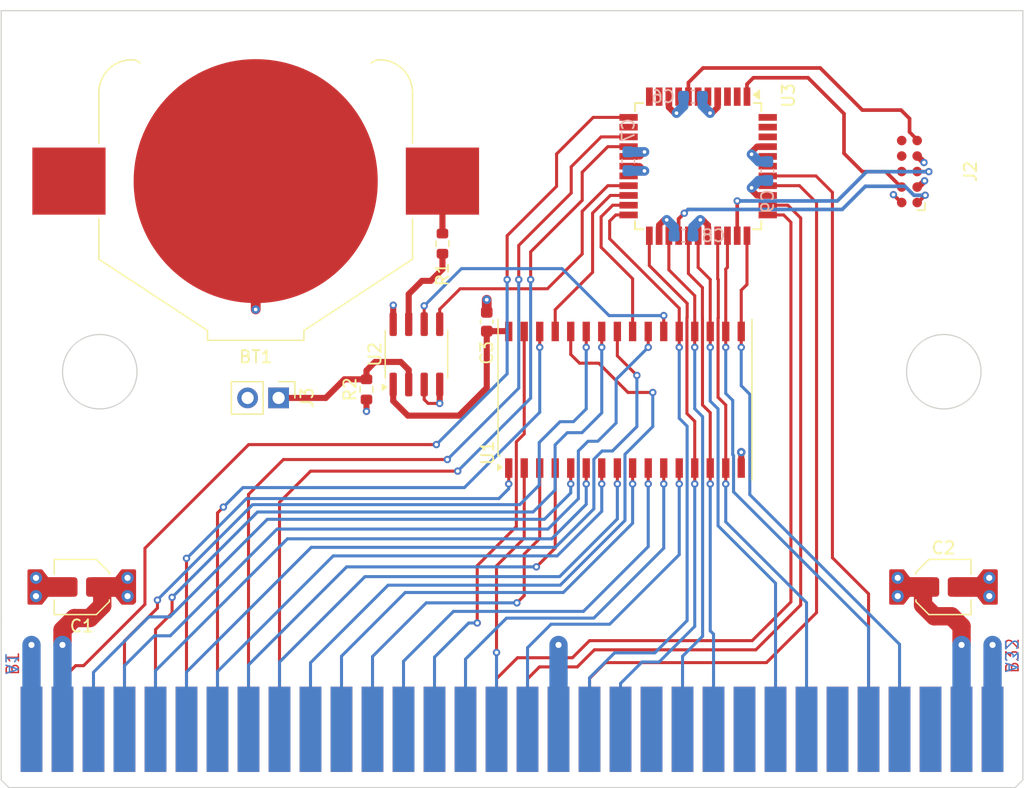
<source format=kicad_pcb>
(kicad_pcb (version 20240108) (generator "pcbnew") (generator_version "8.0")
  (layers (0 "F.Cu" signal) (1 "In1.Cu" signal) (2 "In2.Cu" signal) (31 "B.Cu" signal) (34 "B.Paste" user) (35 "F.Paste" user) (36 "B.SilkS" user "B.Silkscreen") (37 "F.SilkS" user "F.Silkscreen") (38 "B.Mask" user) (39 "F.Mask" user) (44 "Edge.Cuts" user))
  (net 0 "")
  (net 1 "+5V")
  (net 2 "GND")
  (net 12 "/C_A8")
  (net 13 "/C_A11")
  (net 14 "/C_A7")
  (net 15 "/C_A12")
  (net 16 "/C_A6")
  (net 17 "/C_A13")
  (net 18 "/C_A5")
  (net 19 "/C_A14")
  (net 20 "/C_A4")
  (net 21 "/C_A15")
  (net 22 "/C_A3")
  (net 23 "/C_A16")
  (net 24 "/C_A2")
  (net 25 "/C_A17")
  (net 26 "/C_A1")
  (net 27 "/C_A9")
  (net 28 "/C_A10")
  (net 29 "/C_A18")
  (net 30 "/C_A19")
  (net 31 "/C_A20")
  (net 32 "/C_A21")
  (net 36 "/C_D7")
  (net 37 "/C_D0")
  (net 39 "/C_D6")
  (net 40 "/C_D1")
  (net 42 "/C_D5")
  (net 43 "/C_D2")
  (net 45 "/C_D4")
  (net 46 "/C_D3")
  (net 52 "/C_~{LWR}")
  (net 54 "/C_~{CEO}")
  (net 55 "/C_~{CAS0}")
  (net 59 "/SR_~{CE}")
  (net 60 "/SR_~{WE}")
  (net 62 "/TCK")
  (net 66 "/SR_VCC")
  (net 67 "/TDO")
  (net 68 "/PL_~{CE}")
  (net 73 "/TMS")
  (net 80 "/TDI")
  (net 82 "/V_{BATT}")
  (net 83 "/C_VCLK")
  (net 84 "/C_~{MRES}")
  (net 85 "Net-(J3-Pin_1)")
  (net 86 "Net-(U2-BC_{1})")
  (net 87 "/SR_~{OE}")
  (footprint "Connector:Tag-Connect_TC2050-IDC-FP_2x05_P1.27mm_Vertical" (layer "F.Cu") (at 142.51 72.99 90)
    (property "Reference" "J2")
    (property "Value" "AVR-JTAG-10" (hide yes))
  )
  (footprint "Capacitor_SMD:C_0603_1608Metric" (layer "F.Cu") (at 107.88 85.3 90)
    (property "Reference" "C3")
    (property "Value" "100n C0G" (hide yes))
  )
  (footprint "Resistor_SMD:R_0603_1608Metric" (layer "F.Cu") (at 98.025 90.85 90)
    (property "Reference" "R2")
    (property "Value" "10k" (hide yes))
  )
  (footprint "Package_SO:SOIC-8_3.9x4.9mm_P1.27mm" (layer "F.Cu") (at 102.12 87.975 90)
    (property "Reference" "U2")
    (property "Value" "BQ2201SN" (hide yes))
  )
  (footprint "Connector_PinHeader_2.54mm:PinHeader_1x02_P2.54mm_Vertical" (layer "F.Cu") (at 90.8275 91.55 -90)
    (property "Reference" "J3")
    (property "Value" "Backup" (hide yes))
  )
  (footprint "Capacitor_SMD:C_Elec_4x5.4" (layer "F.Cu") (at 145.3 107.05)
    (property "Reference" "C2")
    (property "Value" "22u" (hide yes))
  )
  (footprint "Package_SO:TSOP-II-32_21.0x10.2mm_P1.27mm" (layer "F.Cu") (at 119.205 91.7 90)
    (property "Reference" "U1")
    (property "Value" "CY62148ELL-45ZSXI" (hide yes))
  )
  (footprint "Capacitor_SMD:C_Elec_4x5.4" (layer "F.Cu") (at 74.7 107.05 180)
    (property "Reference" "C1")
    (property "Value" "22u" (hide yes))
  )
  (footprint "My_Library:2x32_P2.54mm_Edge" (layer "F.Cu") (at 109.95 118.4)
    (property "Reference" "J1" (hide yes))
    (property "Value" "Sega_MegaDrive_Cart_Conn" (hide yes))
  )
  (footprint "Package_QFP:TQFP-44_10x10mm_P0.8mm" (layer "F.Cu") (at 125.2 72.55 -90)
    (property "Reference" "U3")
    (property "Value" "ATF1502AS-xAx44" (hide yes))
  )
  (footprint "Resistor_SMD:R_0603_1608Metric" (layer "F.Cu") (at 104.25 78.9 -90)
    (property "Reference" "R1")
    (property "Value" "10k" (hide yes))
  )
  (footprint "Battery:BatteryHolder_Keystone_3008_1x2450" (layer "F.Cu") (at 88.95 73.775 180)
    (property "Reference" "BT1")
    (property "Value" "CR2450")
  )
  (footprint "Capacitor_SMD:C_0603_1608Metric" (layer "B.Cu") (at 119.474997 72.15 90)
    (property "Reference" "C7")
    (property "Value" "100n" (hide yes))
  )
  (footprint "Capacitor_SMD:C_0603_1608Metric" (layer "B.Cu") (at 124.774999 66.850001)
    (property "Reference" "C6")
    (property "Value" "100n" (hide yes))
  )
  (footprint "Capacitor_SMD:C_0603_1608Metric" (layer "B.Cu") (at 130.874999 72.95 -90)
    (property "Reference" "C9")
    (property "Value" "100n" (hide yes))
  )
  (footprint "Capacitor_SMD:C_0603_1608Metric" (layer "B.Cu") (at 123.999997 78.249999 180)
    (property "Reference" "C8")
    (property "Value" "100n" (hide yes))
  )
  (gr_line (start 68.1 59.8) (end 151.8 59.8) (stroke (width 0.1)) (layer "Edge.Cuts"))
  (gr_line (start 68.1 122.8675) (end 68.735 123.5) (stroke (width 0.1)) (layer "Edge.Cuts"))
  (gr_line (start 151.8 109.8) (end 151.8 122.865) (stroke (width 0.1)) (layer "Edge.Cuts"))
  (gr_line (start 151.165 123.5) (end 151.8 122.8675) (stroke (width 0.1)) (layer "Edge.Cuts"))
  (gr_line (start 151.8 59.8) (end 151.8 109.8) (stroke (width 0.1)) (layer "Edge.Cuts"))
  (gr_line (start 68.1 59.8) (end 68.1 109.8) (stroke (width 0.1)) (layer "Edge.Cuts"))
  (gr_line (start 68.735 123.5) (end 151.165 123.5) (stroke (width 0.1)) (layer "Edge.Cuts"))
  (gr_line (start 68.1 109.8) (end 68.1 122.865) (stroke (width 0.1)) (layer "Edge.Cuts"))
  (gr_circle (center 145.325 89.4) (end 148.375 89.4) (stroke (width 0.1)) (fill none) (layer "Edge.Cuts"))
  (gr_circle (center 76.175 89.4) (end 79.225 89.4) (stroke (width 0.1)) (fill none) (layer "Edge.Cuts"))
  (segment (start 73.12 110.58) (end 74.1 109.6) (width 1.5) (layer "F.Cu") (net 1))
  (segment (start 73.12 111.8) (end 73.12 110.58) (width 1.5) (layer "F.Cu") (net 1))
  (segment (start 122.799997 66.85) (end 122.799997 67.725) (width 0.5) (layer "F.Cu") (net 1))
  (segment (start 146.78 110.28) (end 145.95 109.45) (width 1.5) (layer "F.Cu") (net 1))
  (segment (start 143.17 71.72) (end 143.7 72.25) (width 0.5) (layer "F.Cu") (net 1))
  (segment (start 130.024996 70.949999) (end 129.574996 71.399999) (width 0.5) (layer "F.Cu") (net 1))
  (segment (start 145.95 109.45) (end 144.55 109.45) (width 1.5) (layer "F.Cu") (net 1))
  (segment (start 130.899997 70.95) (end 130.024996 70.949999) (width 0.5) (layer "F.Cu") (net 1))
  (segment (start 143.625 108.525) (end 143.625 107.05) (width 1.5) (layer "F.Cu") (net 1))
  (segment (start 75.35 109.6) (end 76.375 108.575) (width 1.5) (layer "F.Cu") (net 1))
  (segment (start 76.375 108.575) (end 76.375 107.05) (width 1.5) (layer "F.Cu") (net 1))
  (segment (start 120.411093 72.550001) (end 120.8 72.938908) (width 0.5) (layer "F.Cu") (net 1))
  (segment (start 125.574998 76.95) (end 125.374999 76.95) (width 0.5) (layer "F.Cu") (net 1))
  (segment (start 100.215 85.5) (end 100.215 83.955) (width 0.5) (layer "F.Cu") (net 1))
  (segment (start 74.1 109.6) (end 75.35 109.6) (width 1.5) (layer "F.Cu") (net 1))
  (segment (start 119.5 72.550001) (end 120.411093 72.550001) (width 0.5) (layer "F.Cu") (net 1))
  (segment (start 129.574996 71.399999) (end 129.574995 71.574999) (width 0.5) (layer "F.Cu") (net 1))
  (segment (start 123.274998 68.200001) (end 123.425 68.2) (width 0.5) (layer "F.Cu") (net 1))
  (segment (start 146.78 111.8) (end 146.78 110.28) (width 1.5) (layer "F.Cu") (net 1))
  (segment (start 144.55 109.45) (end 143.625 108.525) (width 1.5) (layer "F.Cu") (net 1))
  (segment (start 125.999999 77.375) (end 125.574998 76.95) (width 0.5) (layer "F.Cu") (net 1))
  (segment (start 100.215 83.955) (end 100.22 83.95) (width 0.5) (layer "F.Cu") (net 1))
  (segment (start 125.999997 78.25) (end 125.999999 77.375) (width 0.5) (layer "F.Cu") (net 1))
  (segment (start 143.145 71.72) (end 143.17 71.72) (width 0.5) (layer "F.Cu") (net 1))
  (segment (start 122.799997 67.725) (end 123.274998 68.200001) (width 0.5) (layer "F.Cu") (net 1))
  (via (at 78.45 106.3) (size 1) (drill 0.5) (layers "F.Cu" "B.Cu") (net 1))
  (via (at 78.45 107.8) (size 1) (drill 0.5) (layers "F.Cu" "B.Cu") (net 1))
  (via (at 120.8 72.938908) (size 0.7) (drill 0.3) (layers "F.Cu" "B.Cu") (net 1))
  (via (at 123.425 68.2) (size 0.7) (drill 0.3) (layers "F.Cu" "B.Cu") (net 1))
  (via (at 141.55 106.3) (size 1) (drill 0.5) (layers "F.Cu" "B.Cu") (net 1))
  (via (at 73.12 111.8) (size 1) (drill 0.5) (layers "F.Cu" "B.Cu") (net 1))
  (via (at 100.22 83.95) (size 0.6) (drill 0.3) (layers "F.Cu" "B.Cu") (net 1))
  (via (at 141.55 107.8) (size 1) (drill 0.5) (layers "F.Cu" "B.Cu") (net 1))
  (via (at 146.78 111.8) (size 1) (drill 0.5) (layers "F.Cu" "B.Cu") (net 1))
  (via (at 143.7 72.25) (size 0.6) (drill 0.3) (layers "F.Cu" "B.Cu") (net 1))
  (via (at 125.374999 76.95) (size 0.7) (drill 0.3) (layers "F.Cu" "B.Cu") (net 1))
  (via (at 129.574995 71.574999) (size 0.7) (drill 0.3) (layers "F.Cu" "B.Cu") (net 1))
  (segment (start 125.374996 76.95) (end 125.374999 76.95) (width 0.5) (layer "B.Cu") (net 1))
  (segment (start 124.774997 78.249999) (end 124.774997 77.550002) (width 0.8) (layer "B.Cu") (net 1))
  (segment (start 146.78 118.7175) (end 146.78 111.8) (width 1.5) (layer "B.Cu") (net 1))
  (segment (start 123.999999 66.850001) (end 123.999999 67.625001) (width 0.8) (layer "B.Cu") (net 1))
  (segment (start 130.174996 72.175) (end 129.574995 71.574999) (width 0.8) (layer "B.Cu") (net 1))
  (segment (start 73.12 118.7175) (end 73.12 111.8) (width 1.5) (layer "B.Cu") (net 1))
  (segment (start 124.774997 77.550002) (end 125.374999 76.95) (width 0.8) (layer "B.Cu") (net 1))
  (segment (start 119.488905 72.938908) (end 120.8 72.938908) (width 0.8) (layer "B.Cu") (net 1))
  (segment (start 123.999999 67.625001) (end 123.425 68.2) (width 0.8) (layer "B.Cu") (net 1))
  (segment (start 119.474997 72.925) (end 119.488905 72.938908) (width 0.8) (layer "B.Cu") (net 1))
  (segment (start 130.874999 72.175) (end 130.174996 72.175) (width 0.8) (layer "B.Cu") (net 1))
  (segment (start 143.145 74.26) (end 143.24 74.26) (width 0.5) (layer "F.Cu") (net 2))
  (segment (start 98.025 92.65) (end 98.025 91.675) (width 0.5) (layer "F.Cu") (net 2))
  (segment (start 102.755 90.45) (end 102.755 91.679999) (width 0.25) (layer "F.Cu") (net 2))
  (segment (start 120.433274 71.749999) (end 120.8 71.383273) (width 0.5) (layer "F.Cu") (net 2))
  (segment (start 104.025 90.449999) (end 104.025 92) (width 0.5) (layer "F.Cu") (net 2))
  (segment (start 129.574998 74.5) (end 129.574999 74.325001) (width 0.5) (layer "F.Cu") (net 2))
  (segment (start 88.95 84.3) (end 88.95 73.775) (width 0.8) (layer "F.Cu") (net 2))
  (segment (start 143.24 74.26) (end 143.75 73.75) (width 0.5) (layer "F.Cu") (net 2))
  (segment (start 141.875 75.53) (end 141.845 75.53) (width 0.5) (layer "F.Cu") (net 2))
  (segment (start 130.899999 74.95) (end 130.024997 74.95) (width 0.5) (layer "F.Cu") (net 2))
  (segment (start 126.799999 67.725) (end 126.324996 68.2) (width 0.5) (layer "F.Cu") (net 2))
  (segment (start 107.88 84.525) (end 107.88 83.5) (width 0.8) (layer "F.Cu") (net 2))
  (segment (start 121.999998 78.249999) (end 121.999999 77.375) (width 0.5) (layer "F.Cu") (net 2))
  (segment (start 128.73 96) (end 128.73 97.3) (width 0.5) (layer "F.Cu") (net 2))
  (segment (start 126.799996 66.85) (end 126.799999 67.725) (width 0.5) (layer "F.Cu") (net 2))
  (segment (start 126.324996 68.2) (end 126.174996 68.2) (width 0.5) (layer "F.Cu") (net 2))
  (segment (start 120.413857 71.749999) (end 120.433274 71.749999) (width 0.5) (layer "F.Cu") (net 2))
  (segment (start 102.755 91.679999) (end 103.075001 92) (width 0.25) (layer "F.Cu") (net 2))
  (segment (start 122.424999 76.95) (end 122.624998 76.95) (width 0.5) (layer "F.Cu") (net 2))
  (segment (start 141.845 75.53) (end 141.2 74.885) (width 0.3) (layer "F.Cu") (net 2))
  (segment (start 103.075001 92) (end 104.025 92) (width 0.25) (layer "F.Cu") (net 2))
  (segment (start 121.999999 77.375) (end 122.424999 76.95) (width 0.5) (layer "F.Cu") (net 2))
  (segment (start 130.024997 74.95) (end 129.574998 74.5) (width 0.5) (layer "F.Cu") (net 2))
  (segment (start 119.5 71.75) (end 120.413857 71.749999) (width 0.5) (layer "F.Cu") (net 2))
  (via (at 70.95 106.3) (size 1) (drill 0.5) (layers "F.Cu" "B.Cu") (net 2))
  (via (at 143.75 73.75) (size 0.6) (drill 0.3) (layers "F.Cu" "B.Cu") (net 2))
  (via (at 149.32 111.8) (size 1) (drill 0.5) (layers "F.Cu" "B.Cu") (net 2))
  (via (at 70.58 111.8) (size 1) (drill 0.5) (layers "F.Cu" "B.Cu") (net 2))
  (via (at 113.76 111.8) (size 1) (drill 0.5) (layers "F.Cu" "B.Cu") (net 2))
  (via (at 149.05 106.3) (size 1) (drill 0.5) (layers "F.Cu" "B.Cu") (net 2))
  (via (at 107.88 83.5) (size 0.7) (drill 0.3) (layers "F.Cu" "B.Cu") (net 2))
  (via (at 129.574999 74.325001) (size 0.7) (drill 0.3) (layers "F.Cu" "B.Cu") (net 2))
  (via (at 126.174996 68.2) (size 0.7) (drill 0.3) (layers "F.Cu" "B.Cu") (net 2))
  (via (at 128.73 96) (size 0.7) (drill 0.3) (layers "F.Cu" "B.Cu") (net 2))
  (via (at 141.2 74.885) (size 0.6) (drill 0.3) (layers "F.Cu" "B.Cu") (net 2))
  (via (at 98.025 92.65) (size 0.6) (drill 0.3) (layers "F.Cu" "B.Cu") (net 2))
  (via (at 122.624998 76.95) (size 0.7) (drill 0.3) (layers "F.Cu" "B.Cu") (net 2))
  (via (at 149.05 107.8) (size 1) (drill 0.5) (layers "F.Cu" "B.Cu") (net 2))
  (via (at 70.95 107.8) (size 1) (drill 0.5) (layers "F.Cu" "B.Cu") (net 2))
  (via (at 104.025 92) (size 0.6) (drill 0.3) (layers "F.Cu" "B.Cu") (net 2))
  (via (at 88.95 84.3) (size 0.7) (drill 0.3) (layers "F.Cu" "B.Cu") (net 2))
  (via (at 120.8 71.383273) (size 0.7) (drill 0.3) (layers "F.Cu" "B.Cu") (net 2))
  (segment (start 125.549999 66.850001) (end 125.549999 67.575003) (width 0.8) (layer "B.Cu") (net 2))
  (segment (start 119.48327 71.383273) (end 120.8 71.383273) (width 0.8) (layer "B.Cu") (net 2))
  (segment (start 70.58 118.7175) (end 70.58 111.8) (width 1.5) (layer "B.Cu") (net 2))
  (segment (start 113.76 118.7175) (end 113.76 111.8) (width 1.5) (layer "B.Cu") (net 2))
  (segment (start 125.549999 67.575003) (end 126.174996 68.2) (width 0.8) (layer "B.Cu") (net 2))
  (segment (start 130.874999 73.725) (end 130.175 73.725) (width 0.8) (layer "B.Cu") (net 2))
  (segment (start 122.624999 76.95) (end 122.624998 76.95) (width 0.5) (layer "B.Cu") (net 2))
  (segment (start 123.224997 78.249999) (end 123.224997 77.549999) (width 0.8) (layer "B.Cu") (net 2))
  (segment (start 130.175 73.725) (end 129.574999 74.325001) (width 0.8) (layer "B.Cu") (net 2))
  (segment (start 123.224997 77.549999) (end 122.624998 76.95) (width 0.8) (layer "B.Cu") (net 2))
  (segment (start 119.474997 71.375) (end 119.48327 71.383273) (width 0.8) (layer "B.Cu") (net 2))
  (segment (start 149.32 118.7175) (end 149.32 111.8) (width 1.5) (layer "B.Cu") (net 2))
  (segment (start 114.76 97.3) (end 114.76 98.6) (width 0.25) (layer "F.Cu") (net 12))
  (via (at 114.76 98.6) (size 0.6) (drill 0.3) (layers "F.Cu" "B.Cu") (net 12))
  (segment (start 75.66 118.7175) (end 75.66 114.04) (width 0.25) (layer "B.Cu") (net 12))
  (segment (start 89.9 101.5) (end 112.6 101.5) (width 0.25) (layer "B.Cu") (net 12))
  (segment (start 81.9 109.5) (end 89.9 101.5) (width 0.25) (layer "B.Cu") (net 12))
  (segment (start 112.6 101.5) (end 114.76 99.34) (width 0.25) (layer "B.Cu") (net 12))
  (segment (start 114.76 99.34) (end 114.76 98.6) (width 0.25) (layer "B.Cu") (net 12))
  (segment (start 80.2 109.5) (end 81.9 109.5) (width 0.25) (layer "B.Cu") (net 12))
  (segment (start 75.66 114.04) (end 80.2 109.5) (width 0.25) (layer "B.Cu") (net 12))
  (segment (start 121.11 86.1) (end 121.11 87.4) (width 0.25) (layer "F.Cu") (net 13))
  (via (at 121.11 87.4) (size 0.6) (drill 0.3) (layers "F.Cu" "B.Cu") (net 13))
  (segment (start 90.7 102.3) (end 112.9 102.3) (width 0.25) (layer "B.Cu") (net 13))
  (segment (start 116.18 95.1) (end 116.98 95.1) (width 0.25) (layer "B.Cu") (net 13))
  (segment (start 118.48 90.03) (end 121.11 87.4) (width 0.25) (layer "B.Cu") (net 13))
  (segment (start 81.95 111.05) (end 90.7 102.3) (width 0.25) (layer "B.Cu") (net 13))
  (segment (start 115.385 95.895) (end 116.18 95.1) (width 0.25) (layer "B.Cu") (net 13))
  (segment (start 118.48 93.6) (end 118.48 90.03) (width 0.25) (layer "B.Cu") (net 13))
  (segment (start 116.98 95.1) (end 118.48 93.6) (width 0.25) (layer "B.Cu") (net 13))
  (segment (start 80.65 111.05) (end 81.95 111.05) (width 0.25) (layer "B.Cu") (net 13))
  (segment (start 78.2 118.7175) (end 78.2 113.5) (width 0.25) (layer "B.Cu") (net 13))
  (segment (start 115.385 99.815) (end 115.385 95.895) (width 0.25) (layer "B.Cu") (net 13))
  (segment (start 78.2 113.5) (end 80.65 111.05) (width 0.25) (layer "B.Cu") (net 13))
  (segment (start 112.9 102.3) (end 115.385 99.815) (width 0.25) (layer "B.Cu") (net 13))
  (segment (start 116.03 97.3) (end 116.03 98.6) (width 0.25) (layer "F.Cu") (net 14))
  (via (at 116.03 98.6) (size 0.6) (drill 0.3) (layers "F.Cu" "B.Cu") (net 14))
  (segment (start 91.55 103.1) (end 113.2 103.1) (width 0.25) (layer "B.Cu") (net 14))
  (segment (start 113.2 103.1) (end 116.03 100.27) (width 0.25) (layer "B.Cu") (net 14))
  (segment (start 116.03 100.27) (end 116.03 98.6) (width 0.25) (layer "B.Cu") (net 14))
  (segment (start 80.74 118.7175) (end 80.74 113.91) (width 0.25) (layer "B.Cu") (net 14))
  (segment (start 80.74 113.91) (end 91.55 103.1) (width 0.25) (layer "B.Cu") (net 14))
  (segment (start 118.58 88.1) (end 118.58 86.1) (width 0.25) (layer "F.Cu") (net 15))
  (segment (start 120.18 89.7) (end 118.58 88.1) (width 0.25) (layer "F.Cu") (net 15))
  (via (at 120.18 89.7) (size 0.6) (drill 0.3) (layers "F.Cu" "B.Cu") (net 15))
  (segment (start 117.33 95.9) (end 118.18 95.9) (width 0.25) (layer "B.Cu") (net 15))
  (segment (start 83.28 114.02) (end 93.5 103.8) (width 0.25) (layer "B.Cu") (net 15))
  (segment (start 120.18 93.9) (end 120.18 89.7) (width 0.25) (layer "B.Cu") (net 15))
  (segment (start 93.5 103.8) (end 113.5 103.8) (width 0.25) (layer "B.Cu") (net 15))
  (segment (start 116.655 96.575) (end 117.33 95.9) (width 0.25) (layer "B.Cu") (net 15))
  (segment (start 118.18 95.9) (end 120.18 93.9) (width 0.25) (layer "B.Cu") (net 15))
  (segment (start 116.655 100.645) (end 116.655 96.575) (width 0.25) (layer "B.Cu") (net 15))
  (segment (start 83.28 118.7175) (end 83.28 114.02) (width 0.25) (layer "B.Cu") (net 15))
  (segment (start 113.5 103.8) (end 116.655 100.645) (width 0.25) (layer "B.Cu") (net 15))
  (segment (start 117.3 97.3) (end 117.3 98.6) (width 0.25) (layer "F.Cu") (net 16))
  (via (at 117.3 98.6) (size 0.6) (drill 0.3) (layers "F.Cu" "B.Cu") (net 16))
  (segment (start 85.82 113.98) (end 95.3 104.5) (width 0.25) (layer "B.Cu") (net 16))
  (segment (start 85.82 118.7175) (end 85.82 113.98) (width 0.25) (layer "B.Cu") (net 16))
  (segment (start 95.3 104.5) (end 113.65 104.5) (width 0.25) (layer "B.Cu") (net 16))
  (segment (start 117.3 100.85) (end 117.3 98.6) (width 0.25) (layer "B.Cu") (net 16))
  (segment (start 113.65 104.5) (end 117.3 100.85) (width 0.25) (layer "B.Cu") (net 16))
  (segment (start 113.49 103.86) (end 113.49 97.3) (width 0.25) (layer "F.Cu") (net 17))
  (segment (start 111.95 105.4) (end 113.49 103.86) (width 0.25) (layer "F.Cu") (net 17))
  (via (at 111.95 105.4) (size 0.6) (drill 0.3) (layers "F.Cu" "B.Cu") (net 17))
  (segment (start 96.4 105.4) (end 88.36 113.44) (width 0.25) (layer "B.Cu") (net 17))
  (segment (start 111.95 105.4) (end 96.4 105.4) (width 0.25) (layer "B.Cu") (net 17))
  (segment (start 88.36 113.44) (end 88.36 118.7175) (width 0.25) (layer "B.Cu") (net 17))
  (segment (start 118.58 97.3) (end 118.58 98.6) (width 0.25) (layer "F.Cu") (net 18))
  (via (at 118.58 98.6) (size 0.6) (drill 0.3) (layers "F.Cu" "B.Cu") (net 18))
  (segment (start 113.85 106.2) (end 118.58 101.47) (width 0.25) (layer "B.Cu") (net 18))
  (segment (start 90.9 118.7175) (end 90.9 113.2) (width 0.25) (layer "B.Cu") (net 18))
  (segment (start 90.9 113.2) (end 97.9 106.2) (width 0.25) (layer "B.Cu") (net 18))
  (segment (start 97.9 106.2) (end 113.85 106.2) (width 0.25) (layer "B.Cu") (net 18))
  (segment (start 118.58 101.47) (end 118.58 98.6) (width 0.25) (layer "B.Cu") (net 18))
  (segment (start 119.45 91.1) (end 117.05 88.7) (width 0.25) (layer "F.Cu") (net 19))
  (segment (start 117.05 88.7) (end 115.48 88.7) (width 0.25) (layer "F.Cu") (net 19))
  (segment (start 115.48 88.7) (end 114.76 87.98) (width 0.25) (layer "F.Cu") (net 19))
  (segment (start 121.48 91.1) (end 119.45 91.1) (width 0.25) (layer "F.Cu") (net 19))
  (segment (start 114.76 87.98) (end 114.76 86.1) (width 0.25) (layer "F.Cu") (net 19))
  (via (at 121.48 91.1) (size 0.6) (drill 0.3) (layers "F.Cu" "B.Cu") (net 19))
  (segment (start 121.48 93.9) (end 121.48 91.1) (width 0.25) (layer "B.Cu") (net 19))
  (segment (start 99.8 106.9) (end 113.9 106.9) (width 0.25) (layer "B.Cu") (net 19))
  (segment (start 93.44 113.26) (end 99.8 106.9) (width 0.25) (layer "B.Cu") (net 19))
  (segment (start 113.9 106.9) (end 119.205 101.595) (width 0.25) (layer "B.Cu") (net 19))
  (segment (start 119.205 101.595) (end 119.205 96.175) (width 0.25) (layer "B.Cu") (net 19))
  (segment (start 119.205 96.175) (end 121.48 93.9) (width 0.25) (layer "B.Cu") (net 19))
  (segment (start 93.44 118.7175) (end 93.44 113.26) (width 0.25) (layer "B.Cu") (net 19))
  (segment (start 119.83 97.3) (end 119.83 98.6) (width 0.25) (layer "F.Cu") (net 20))
  (via (at 119.83 98.6) (size 0.6) (drill 0.3) (layers "F.Cu" "B.Cu") (net 20))
  (segment (start 114.15 107.5) (end 119.83 101.82) (width 0.25) (layer "B.Cu") (net 20))
  (segment (start 119.83 101.82) (end 119.83 98.6) (width 0.25) (layer "B.Cu") (net 20))
  (segment (start 95.98 118.7175) (end 95.98 112.72) (width 0.25) (layer "B.Cu") (net 20))
  (segment (start 95.98 112.72) (end 101.2 107.5) (width 0.25) (layer "B.Cu") (net 20))
  (segment (start 101.2 107.5) (end 114.15 107.5) (width 0.25) (layer "B.Cu") (net 20))
  (segment (start 112.22 103.08) (end 112.22 97.3) (width 0.25) (layer "F.Cu") (net 21))
  (segment (start 110.95 107.75) (end 110.95 104.35) (width 0.25) (layer "F.Cu") (net 21))
  (segment (start 110.95 104.35) (end 112.22 103.08) (width 0.25) (layer "F.Cu") (net 21))
  (segment (start 110.35 108.35) (end 110.95 107.75) (width 0.25) (layer "F.Cu") (net 21))
  (via (at 110.35 108.35) (size 0.6) (drill 0.3) (layers "F.Cu" "B.Cu") (net 21))
  (segment (start 102.92 108.35) (end 98.52 112.75) (width 0.25) (layer "B.Cu") (net 21))
  (segment (start 98.52 112.75) (end 98.52 118.7175) (width 0.25) (layer "B.Cu") (net 21))
  (segment (start 110.35 108.35) (end 102.92 108.35) (width 0.25) (layer "B.Cu") (net 21))
  (segment (start 121.11 97.3) (end 121.11 98.6) (width 0.25) (layer "F.Cu") (net 22))
  (via (at 121.11 98.6) (size 0.6) (drill 0.3) (layers "F.Cu" "B.Cu") (net 22))
  (segment (start 101.06 118.7175) (end 101.06 113.14) (width 0.25) (layer "B.Cu") (net 22))
  (segment (start 105.15 109.05) (end 115.8 109.05) (width 0.25) (layer "B.Cu") (net 22))
  (segment (start 121.11 103.74) (end 121.11 98.6) (width 0.25) (layer "B.Cu") (net 22))
  (segment (start 101.06 113.14) (end 105.15 109.05) (width 0.25) (layer "B.Cu") (net 22))
  (segment (start 115.8 109.05) (end 121.11 103.74) (width 0.25) (layer "B.Cu") (net 22))
  (segment (start 107.1 105.3) (end 110.305 102.095) (width 0.25) (layer "F.Cu") (net 23))
  (segment (start 110.305 95.145) (end 110.95 94.5) (width 0.25) (layer "F.Cu") (net 23))
  (segment (start 107.1 110) (end 107.1 105.3) (width 0.25) (layer "F.Cu") (net 23))
  (segment (start 110.95 94.5) (end 110.95 86.1) (width 0.25) (layer "F.Cu") (net 23))
  (segment (start 110.305 102.095) (end 110.305 95.145) (width 0.25) (layer "F.Cu") (net 23))
  (via (at 107.1 110) (size 0.6) (drill 0.3) (layers "F.Cu" "B.Cu") (net 23))
  (segment (start 106.4 110) (end 107.1 110) (width 0.25) (layer "B.Cu") (net 23))
  (segment (start 103.6 112.8) (end 106.4 110) (width 0.25) (layer "B.Cu") (net 23))
  (segment (start 103.6 118.7175) (end 103.6 112.8) (width 0.25) (layer "B.Cu") (net 23))
  (segment (start 122.38 97.3) (end 122.38 98.6) (width 0.25) (layer "F.Cu") (net 24))
  (via (at 122.38 98.6) (size 0.6) (drill 0.3) (layers "F.Cu" "B.Cu") (net 24))
  (segment (start 109.5 109.6) (end 116.65 109.6) (width 0.25) (layer "B.Cu") (net 24))
  (segment (start 106.14 112.96) (end 109.5 109.6) (width 0.25) (layer "B.Cu") (net 24))
  (segment (start 122.38 103.87) (end 122.38 98.6) (width 0.25) (layer "B.Cu") (net 24))
  (segment (start 106.14 118.7175) (end 106.14 112.96) (width 0.25) (layer "B.Cu") (net 24))
  (segment (start 116.65 109.6) (end 122.38 103.87) (width 0.25) (layer "B.Cu") (net 24))
  (segment (start 108.68 112.42) (end 108.68 105.32) (width 0.25) (layer "F.Cu") (net 25))
  (segment (start 110.95 103.05) (end 110.95 97.3) (width 0.25) (layer "F.Cu") (net 25))
  (segment (start 108.68 105.32) (end 110.95 103.05) (width 0.25) (layer "F.Cu") (net 25))
  (via (at 108.68 112.42) (size 0.6) (drill 0.3) (layers "F.Cu" "B.Cu") (net 25))
  (segment (start 108.68 112.42) (end 108.68 118.7175) (width 0.25) (layer "B.Cu") (net 25))
  (segment (start 123.65 97.3) (end 123.65 98.6) (width 0.25) (layer "F.Cu") (net 26))
  (via (at 123.65 98.6) (size 0.6) (drill 0.3) (layers "F.Cu" "B.Cu") (net 26))
  (segment (start 117.95 110.1) (end 123.65 104.4) (width 0.25) (layer "B.Cu") (net 26))
  (segment (start 113.15 110.1) (end 117.95 110.1) (width 0.25) (layer "B.Cu") (net 26))
  (segment (start 123.65 104.4) (end 123.65 98.6) (width 0.25) (layer "B.Cu") (net 26))
  (segment (start 111.22 112.03) (end 113.15 110.1) (width 0.25) (layer "B.Cu") (net 26))
  (segment (start 111.22 118.7175) (end 111.22 112.03) (width 0.25) (layer "B.Cu") (net 26))
  (segment (start 78.2 111.475) (end 78.2 118.7175) (width 0.25) (layer "F.Cu") (net 27))
  (segment (start 80.9 108.125) (end 80.9 108.775) (width 0.25) (layer "F.Cu") (net 27))
  (segment (start 80.9 108.775) (end 78.2 111.475) (width 0.25) (layer "F.Cu") (net 27))
  (segment (start 116.03 86.1) (end 116.03 87.4) (width 0.25) (layer "F.Cu") (net 27))
  (via (at 116.03 87.4) (size 0.6) (drill 0.3) (layers "F.Cu" "B.Cu") (net 27))
  (via (at 80.9 108.125) (size 0.6) (drill 0.3) (layers "F.Cu" "B.Cu") (net 27))
  (segment (start 88.7 100.3) (end 110.58 100.3) (width 0.25) (layer "B.Cu") (net 27))
  (segment (start 116.03 92.45) (end 116.03 87.4) (width 0.25) (layer "B.Cu") (net 27))
  (segment (start 112.18 98.7) (end 112.18 95.2) (width 0.25) (layer "B.Cu") (net 27))
  (segment (start 113.88 93.5) (end 114.98 93.5) (width 0.25) (layer "B.Cu") (net 27))
  (segment (start 114.98 93.5) (end 116.03 92.45) (width 0.25) (layer "B.Cu") (net 27))
  (segment (start 80.9 108.125) (end 80.9 108.1) (width 0.25) (layer "B.Cu") (net 27))
  (segment (start 112.18 95.2) (end 113.88 93.5) (width 0.25) (layer "B.Cu") (net 27))
  (segment (start 110.58 100.3) (end 112.18 98.7) (width 0.25) (layer "B.Cu") (net 27))
  (segment (start 80.9 108.1) (end 88.7 100.3) (width 0.25) (layer "B.Cu") (net 27))
  (segment (start 80.74 110.54) (end 82.1 109.18) (width 0.25) (layer "F.Cu") (net 28))
  (segment (start 117.3 86.1) (end 117.3 87.4) (width 0.25) (layer "F.Cu") (net 28))
  (segment (start 82.1 109.18) (end 82.1 107.9) (width 0.25) (layer "F.Cu") (net 28))
  (segment (start 80.74 118.7175) (end 80.74 110.54) (width 0.25) (layer "F.Cu") (net 28))
  (via (at 117.3 87.4) (size 0.6) (drill 0.3) (layers "F.Cu" "B.Cu") (net 28))
  (via (at 82.1 107.9) (size 0.6) (drill 0.3) (layers "F.Cu" "B.Cu") (net 28))
  (segment (start 113.48 99.1) (end 113.48 95.4) (width 0.25) (layer "B.Cu") (net 28))
  (segment (start 115.68 94.4) (end 117.3 92.78) (width 0.25) (layer "B.Cu") (net 28))
  (segment (start 82.1 107.9) (end 89.1 100.9) (width 0.25) (layer "B.Cu") (net 28))
  (segment (start 89.1 100.9) (end 111.68 100.9) (width 0.25) (layer "B.Cu") (net 28))
  (segment (start 113.48 95.4) (end 114.48 94.4) (width 0.25) (layer "B.Cu") (net 28))
  (segment (start 111.68 100.9) (end 113.48 99.1) (width 0.25) (layer "B.Cu") (net 28))
  (segment (start 117.3 92.78) (end 117.3 87.4) (width 0.25) (layer "B.Cu") (net 28))
  (segment (start 114.48 94.4) (end 115.68 94.4) (width 0.25) (layer "B.Cu") (net 28))
  (segment (start 109.68 97.3) (end 109.68 98.6) (width 0.25) (layer "F.Cu") (net 29))
  (segment (start 83.28 118.7175) (end 83.28 104.7) (width 0.25) (layer "F.Cu") (net 29))
  (via (at 83.28 104.7) (size 0.6) (drill 0.3) (layers "F.Cu" "B.Cu") (net 29))
  (via (at 109.68 98.6) (size 0.6) (drill 0.3) (layers "F.Cu" "B.Cu") (net 29))
  (segment (start 109.68 98.995) (end 109.68 98.6) (width 0.25) (layer "B.Cu") (net 29))
  (segment (start 83.28 104.7) (end 83.3 104.7) (width 0.25) (layer "B.Cu") (net 29))
  (segment (start 108.875 99.8) (end 109.68 98.995) (width 0.25) (layer "B.Cu") (net 29))
  (segment (start 88.2 99.8) (end 108.875 99.8) (width 0.25) (layer "B.Cu") (net 29))
  (segment (start 83.3 104.7) (end 88.2 99.8) (width 0.25) (layer "B.Cu") (net 29))
  (segment (start 112.22 86.1) (end 112.22 87.4) (width 0.25) (layer "F.Cu") (net 30))
  (segment (start 85.82 118.7175) (end 85.82 100.98) (width 0.25) (layer "F.Cu") (net 30))
  (segment (start 85.82 100.98) (end 86.3 100.5) (width 0.25) (layer "F.Cu") (net 30))
  (via (at 86.3 100.5) (size 0.6) (drill 0.3) (layers "F.Cu" "B.Cu") (net 30))
  (via (at 112.22 87.4) (size 0.6) (drill 0.3) (layers "F.Cu" "B.Cu") (net 30))
  (segment (start 112.22 92.73) (end 112.22 87.4) (width 0.25) (layer "B.Cu") (net 30))
  (segment (start 86.3 100.5) (end 87.9 98.9) (width 0.25) (layer "B.Cu") (net 30))
  (segment (start 87.9 98.9) (end 106.05 98.9) (width 0.25) (layer "B.Cu") (net 30))
  (segment (start 106.05 98.9) (end 112.22 92.73) (width 0.25) (layer "B.Cu") (net 30))
  (segment (start 88.36 99.46) (end 88.36 118.7175) (width 0.25) (layer "F.Cu") (net 31))
  (segment (start 114.8 74.75) (end 114.8 72.6) (width 0.25) (layer "F.Cu") (net 31))
  (segment (start 91.22 96.6) (end 88.36 99.46) (width 0.25) (layer "F.Cu") (net 31))
  (segment (start 110.5 81.85) (end 110.5 79.05) (width 0.25) (layer "F.Cu") (net 31))
  (segment (start 104.65 96.6) (end 91.22 96.6) (width 0.25) (layer "F.Cu") (net 31))
  (segment (start 114.8 72.6) (end 117.25 70.15) (width 0.25) (layer "F.Cu") (net 31))
  (segment (start 110.5 79.05) (end 114.8 74.75) (width 0.25) (layer "F.Cu") (net 31))
  (segment (start 117.25 70.15) (end 119.5 70.15) (width 0.25) (layer "F.Cu") (net 31))
  (via (at 110.5 81.85) (size 0.6) (drill 0.3) (layers "F.Cu" "B.Cu") (net 31))
  (via (at 104.65 96.6) (size 0.6) (drill 0.3) (layers "F.Cu" "B.Cu") (net 31))
  (segment (start 110.5 90.75) (end 104.65 96.6) (width 0.25) (layer "B.Cu") (net 31))
  (segment (start 110.5 81.85) (end 110.5 90.75) (width 0.25) (layer "B.Cu") (net 31))
  (segment (start 90.9 100.1) (end 90.9 118.7175) (width 0.25) (layer "F.Cu") (net 32))
  (segment (start 117.8 70.95) (end 119.5 70.95) (width 0.25) (layer "F.Cu") (net 32))
  (segment (start 115.7 75.35) (end 115.7 73.05) (width 0.25) (layer "F.Cu") (net 32))
  (segment (start 115.7 73.05) (end 117.8 70.95) (width 0.25) (layer "F.Cu") (net 32))
  (segment (start 111.475 79.575) (end 115.7 75.35) (width 0.25) (layer "F.Cu") (net 32))
  (segment (start 105.5 97.55) (end 93.45 97.55) (width 0.25) (layer "F.Cu") (net 32))
  (segment (start 111.475 81.85) (end 111.475 79.575) (width 0.25) (layer "F.Cu") (net 32))
  (segment (start 93.45 97.55) (end 90.9 100.1) (width 0.25) (layer "F.Cu") (net 32))
  (via (at 111.475 81.85) (size 0.6) (drill 0.3) (layers "F.Cu" "B.Cu") (net 32))
  (via (at 105.5 97.55) (size 0.6) (drill 0.3) (layers "F.Cu" "B.Cu") (net 32))
  (segment (start 111.475 91.575) (end 105.5 97.55) (width 0.25) (layer "B.Cu") (net 32))
  (segment (start 111.475 81.85) (end 111.475 91.575) (width 0.25) (layer "B.Cu") (net 32))
  (segment (start 118.45 76.55) (end 119.5 76.55) (width 0.25) (layer "F.Cu") (net 36))
  (segment (start 117.95 78.5) (end 117.95 77.05) (width 0.25) (layer "F.Cu") (net 36))
  (segment (start 117.95 77.05) (end 118.45 76.55) (width 0.25) (layer "F.Cu") (net 36))
  (segment (start 123.65 86.1) (end 123.65 87.4) (width 0.25) (layer "F.Cu") (net 36))
  (segment (start 123.65 86.1) (end 123.65 84.2) (width 0.25) (layer "F.Cu") (net 36))
  (segment (start 123.65 84.2) (end 117.95 78.5) (width 0.25) (layer "F.Cu") (net 36))
  (via (at 123.65 87.4) (size 0.6) (drill 0.3) (layers "F.Cu" "B.Cu") (net 36))
  (segment (start 124.295 93.865) (end 123.65 93.22) (width 0.25) (layer "B.Cu") (net 36))
  (segment (start 116.3 114.5) (end 118.35 112.45) (width 0.25) (layer "B.Cu") (net 36))
  (segment (start 116.3 118.7175) (end 116.3 114.5) (width 0.25) (layer "B.Cu") (net 36))
  (segment (start 123.65 93.22) (end 123.65 87.4) (width 0.25) (layer "B.Cu") (net 36))
  (segment (start 121.65 112.45) (end 124.295 109.805) (width 0.25) (layer "B.Cu") (net 36))
  (segment (start 124.295 109.805) (end 124.295 93.865) (width 0.25) (layer "B.Cu") (net 36))
  (segment (start 118.35 112.45) (end 121.65 112.45) (width 0.25) (layer "B.Cu") (net 36))
  (segment (start 121.2 80.7) (end 121.2 78.25) (width 0.25) (layer "F.Cu") (net 37))
  (segment (start 124.3 83.8) (end 121.2 80.7) (width 0.25) (layer "F.Cu") (net 37))
  (segment (start 124.92 97.3) (end 124.92 93.465) (width 0.25) (layer "F.Cu") (net 37))
  (segment (start 124.92 98.6) (end 124.92 97.3) (width 0.25) (layer "F.Cu") (net 37))
  (segment (start 124.92 93.465) (end 124.28 92.825) (width 0.25) (layer "F.Cu") (net 37))
  (segment (start 124.3 84.95) (end 124.3 83.8) (width 0.25) (layer "F.Cu") (net 37))
  (segment (start 124.28 92.825) (end 124.28 84.97) (width 0.25) (layer "F.Cu") (net 37))
  (segment (start 124.28 84.97) (end 124.3 84.95) (width 0.25) (layer "F.Cu") (net 37))
  (via (at 124.92 98.6) (size 0.6) (drill 0.3) (layers "F.Cu" "B.Cu") (net 37))
  (segment (start 124.92 110.28) (end 124.92 98.6) (width 0.25) (layer "B.Cu") (net 37))
  (segment (start 118.84 118.7175) (end 118.84 114.96) (width 0.25) (layer "B.Cu") (net 37))
  (segment (start 124.93 98.65) (end 124.93 98.75) (width 0.25) (layer "B.Cu") (net 37))
  (segment (start 122 113.2) (end 124.92 110.28) (width 0.25) (layer "B.Cu") (net 37))
  (segment (start 118.84 114.96) (end 120.6 113.2) (width 0.25) (layer "B.Cu") (net 37))
  (segment (start 120.6 113.2) (end 122 113.2) (width 0.25) (layer "B.Cu") (net 37))
  (segment (start 124.92 86.1) (end 124.92 83.17) (width 0.25) (layer "F.Cu") (net 39))
  (segment (start 122.8 81.05) (end 122.8 78.25) (width 0.25) (layer "F.Cu") (net 39))
  (segment (start 124.92 86.1) (end 124.92 87.4) (width 0.25) (layer "F.Cu") (net 39))
  (segment (start 124.92 83.17) (end 122.8 81.05) (width 0.25) (layer "F.Cu") (net 39))
  (via (at 124.92 87.4) (size 0.6) (drill 0.3) (layers "F.Cu" "B.Cu") (net 39))
  (segment (start 123.92 118.7175) (end 123.92 112.73) (width 0.25) (layer "B.Cu") (net 39))
  (segment (start 123.92 112.73) (end 125.565 111.085) (width 0.25) (layer "B.Cu") (net 39))
  (segment (start 125.565 93.085) (end 124.92 92.44) (width 0.25) (layer "B.Cu") (net 39))
  (segment (start 124.92 92.44) (end 124.92 87.4) (width 0.25) (layer "B.Cu") (net 39))
  (segment (start 125.565 111.085) (end 125.565 93.085) (width 0.25) (layer "B.Cu") (net 39))
  (segment (start 125.55 82.5) (end 124.4 81.35) (width 0.25) (layer "F.Cu") (net 40))
  (segment (start 126.19 92.76) (end 125.555 92.125) (width 0.25) (layer "F.Cu") (net 40))
  (segment (start 124.4 81.35) (end 124.4 78.25) (width 0.25) (layer "F.Cu") (net 40))
  (segment (start 126.19 97.3) (end 126.19 92.76) (width 0.25) (layer "F.Cu") (net 40))
  (segment (start 126.19 97.3) (end 126.19 98.6) (width 0.25) (layer "F.Cu") (net 40))
  (segment (start 125.555 85.005) (end 125.55 85) (width 0.25) (layer "F.Cu") (net 40))
  (segment (start 125.55 85) (end 125.55 82.5) (width 0.25) (layer "F.Cu") (net 40))
  (segment (start 125.555 92.125) (end 125.555 85.005) (width 0.25) (layer "F.Cu") (net 40))
  (via (at 126.19 98.6) (size 0.6) (drill 0.3) (layers "F.Cu" "B.Cu") (net 40))
  (segment (start 126.19 110.64) (end 126.19 98.6) (width 0.25) (layer "B.Cu") (net 40))
  (segment (start 126.46 118.7175) (end 126.46 110.91) (width 0.25) (layer "B.Cu") (net 40))
  (segment (start 126.46 110.91) (end 126.19 110.64) (width 0.25) (layer "B.Cu") (net 40))
  (segment (start 126.19 86.1) (end 126.19 87.4) (width 0.25) (layer "F.Cu") (net 42))
  (segment (start 126.19 81.84) (end 125.2 80.85) (width 0.25) (layer "F.Cu") (net 42))
  (segment (start 126.19 86.1) (end 126.19 81.84) (width 0.25) (layer "F.Cu") (net 42))
  (segment (start 125.2 80.85) (end 125.2 78.25) (width 0.25) (layer "F.Cu") (net 42))
  (via (at 126.19 87.4) (size 0.6) (drill 0.3) (layers "F.Cu" "B.Cu") (net 42))
  (segment (start 126.19 91.81) (end 126.19 87.4) (width 0.25) (layer "B.Cu") (net 42))
  (segment (start 126.83 92.45) (end 126.19 91.81) (width 0.25) (layer "B.Cu") (net 42))
  (segment (start 131.54 118.7175) (end 131.54 106.74) (width 0.25) (layer "B.Cu") (net 42))
  (segment (start 126.83 102.03) (end 126.83 92.45) (width 0.25) (layer "B.Cu") (net 42))
  (segment (start 131.54 106.74) (end 126.83 102.03) (width 0.25) (layer "B.Cu") (net 42))
  (segment (start 127.46 97.3) (end 127.46 98.6) (width 0.25) (layer "F.Cu") (net 43))
  (segment (start 126.8 81.8) (end 126.85 81.85) (width 0.25) (layer "F.Cu") (net 43))
  (segment (start 126.83 85.02) (end 126.83 91.5) (width 0.25) (layer "F.Cu") (net 43))
  (segment (start 127.46 92.13) (end 127.46 97.3) (width 0.25) (layer "F.Cu") (net 43))
  (segment (start 126.83 91.5) (end 127.46 92.13) (width 0.25) (layer "F.Cu") (net 43))
  (segment (start 126.85 81.85) (end 126.85 85) (width 0.25) (layer "F.Cu") (net 43))
  (segment (start 126.8 78.25) (end 126.8 81.8) (width 0.25) (layer "F.Cu") (net 43))
  (segment (start 126.85 85) (end 126.83 85.02) (width 0.25) (layer "F.Cu") (net 43))
  (via (at 127.46 98.6) (size 0.6) (drill 0.3) (layers "F.Cu" "B.Cu") (net 43))
  (segment (start 134.08 118.7175) (end 134.08 108.33) (width 0.25) (layer "B.Cu") (net 43))
  (segment (start 127.46 101.71) (end 127.46 98.6) (width 0.25) (layer "B.Cu") (net 43))
  (segment (start 134.08 108.33) (end 127.46 101.71) (width 0.25) (layer "B.Cu") (net 43))
  (segment (start 127.6 80.85) (end 127.6 78.25) (width 0.25) (layer "F.Cu") (net 45))
  (segment (start 127.46 86.1) (end 127.46 80.99) (width 0.25) (layer "F.Cu") (net 45))
  (segment (start 127.46 80.99) (end 127.6 80.85) (width 0.25) (layer "F.Cu") (net 45))
  (segment (start 127.46 86.1) (end 127.46 87.4) (width 0.25) (layer "F.Cu") (net 45))
  (via (at 127.46 87.4) (size 0.6) (drill 0.3) (layers "F.Cu" "B.Cu") (net 45))
  (segment (start 127.46 91.18) (end 127.46 87.4) (width 0.25) (layer "B.Cu") (net 45))
  (segment (start 128.03 96.2) (end 128.03 91.75) (width 0.25) (layer "B.Cu") (net 45))
  (segment (start 128.1 99.25) (end 128.1 96.27) (width 0.25) (layer "B.Cu") (net 45))
  (segment (start 139.16 110.31) (end 128.1 99.25) (width 0.25) (layer "B.Cu") (net 45))
  (segment (start 128.03 91.75) (end 127.46 91.18) (width 0.25) (layer "B.Cu") (net 45))
  (segment (start 128.1 96.27) (end 128.03 96.2) (width 0.25) (layer "B.Cu") (net 45))
  (segment (start 139.16 118.7175) (end 139.16 110.31) (width 0.25) (layer "B.Cu") (net 45))
  (segment (start 128.73 82.72) (end 129.2 82.25) (width 0.25) (layer "F.Cu") (net 46))
  (segment (start 128.73 86.1) (end 128.73 82.72) (width 0.25) (layer "F.Cu") (net 46))
  (segment (start 128.73 86.1) (end 128.73 87.4) (width 0.25) (layer "F.Cu") (net 46))
  (segment (start 129.2 82.25) (end 129.2 78.25) (width 0.25) (layer "F.Cu") (net 46))
  (via (at 128.73 87.4) (size 0.6) (drill 0.3) (layers "F.Cu" "B.Cu") (net 46))
  (segment (start 141.7 111.75) (end 129.43 99.48) (width 0.25) (layer "B.Cu") (net 46))
  (segment (start 128.73 90.55) (end 128.73 87.4) (width 0.25) (layer "B.Cu") (net 46))
  (segment (start 129.43 99.48) (end 129.43 91.25) (width 0.25) (layer "B.Cu") (net 46))
  (segment (start 129.43 91.25) (end 128.73 90.55) (width 0.25) (layer "B.Cu") (net 46))
  (segment (start 141.7 118.7175) (end 141.7 111.75) (width 0.25) (layer "B.Cu") (net 46))
  (segment (start 134.85 73.35) (end 130.9 73.35) (width 0.25) (layer "F.Cu") (net 52))
  (segment (start 139.16 107.61) (end 136.2 104.65) (width 0.25) (layer "F.Cu") (net 52))
  (segment (start 139.16 118.7175) (end 139.16 107.61) (width 0.25) (layer "F.Cu") (net 52))
  (segment (start 136.2 74.7) (end 134.85 73.35) (width 0.25) (layer "F.Cu") (net 52))
  (segment (start 136.2 104.65) (end 136.2 74.7) (width 0.25) (layer "F.Cu") (net 52))
  (segment (start 129.925 112.2) (end 133.6 108.525) (width 0.25) (layer "F.Cu") (net 54))
  (segment (start 115.3 113.6) (end 116.7 112.2) (width 0.25) (layer "F.Cu") (net 54))
  (segment (start 133.6 76.8) (end 132.55 75.75) (width 0.25) (layer "F.Cu") (net 54))
  (segment (start 112.2 113.6) (end 115.3 113.6) (width 0.25) (layer "F.Cu") (net 54))
  (segment (start 111.22 118.7175) (end 111.22 114.58) (width 0.25) (layer "F.Cu") (net 54))
  (segment (start 133.6 108.525) (end 133.6 76.8) (width 0.25) (layer "F.Cu") (net 54))
  (segment (start 111.22 114.58) (end 112.2 113.6) (width 0.25) (layer "F.Cu") (net 54))
  (segment (start 132.55 75.75) (end 130.9 75.75) (width 0.25) (layer "F.Cu") (net 54))
  (segment (start 116.7 112.2) (end 129.925 112.2) (width 0.25) (layer "F.Cu") (net 54))
  (segment (start 114.9 112.85) (end 116.3 111.45) (width 0.25) (layer "F.Cu") (net 55))
  (segment (start 110.4 112.85) (end 114.9 112.85) (width 0.25) (layer "F.Cu") (net 55))
  (segment (start 132.8 77.15) (end 132.2 76.55) (width 0.25) (layer "F.Cu") (net 55))
  (segment (start 108.68 114.57) (end 110.4 112.85) (width 0.25) (layer "F.Cu") (net 55))
  (segment (start 108.68 118.7175) (end 108.68 114.57) (width 0.25) (layer "F.Cu") (net 55))
  (segment (start 116.3 111.45) (end 129.625 111.45) (width 0.25) (layer "F.Cu") (net 55))
  (segment (start 132.8 108.275) (end 132.8 77.15) (width 0.25) (layer "F.Cu") (net 55))
  (segment (start 129.625 111.45) (end 132.8 108.275) (width 0.25) (layer "F.Cu") (net 55))
  (segment (start 132.2 76.55) (end 130.9 76.55) (width 0.25) (layer "F.Cu") (net 55))
  (segment (start 102.755 85.5) (end 102.755 84) (width 0.25) (layer "F.Cu") (net 59))
  (segment (start 122.38 86.1) (end 122.38 84.8) (width 0.25) (layer "F.Cu") (net 59))
  (via (at 122.38 84.8) (size 0.6) (drill 0.3) (layers "F.Cu" "B.Cu") (net 59))
  (via (at 102.755 84) (size 0.6) (drill 0.3) (layers "F.Cu" "B.Cu") (net 59))
  (segment (start 122.38 84.8) (end 117.9 84.8) (width 0.25) (layer "B.Cu") (net 59))
  (segment (start 114.05 80.95) (end 105.805 80.95) (width 0.25) (layer "B.Cu") (net 59))
  (segment (start 102.755 83.995) (end 102.755 84) (width 0.25) (layer "B.Cu") (net 59))
  (segment (start 105.805 80.95) (end 102.755 84) (width 0.25) (layer "B.Cu") (net 59))
  (segment (start 117.9 84.8) (end 114.05 80.95) (width 0.25) (layer "B.Cu") (net 59))
  (segment (start 116.55 81.25) (end 116.55 76.4) (width 0.25) (layer "F.Cu") (net 60))
  (segment (start 113.49 84.31) (end 116.55 81.25) (width 0.25) (layer "F.Cu") (net 60))
  (segment (start 116.55 76.4) (end 118 74.95) (width 0.25) (layer "F.Cu") (net 60))
  (segment (start 118 74.95) (end 119.5 74.95) (width 0.25) (layer "F.Cu") (net 60))
  (segment (start 113.49 86.1) (end 113.49 84.31) (width 0.25) (layer "F.Cu") (net 60))
  (segment (start 123.6 78.25) (end 123.6 76.868754) (width 0.3) (layer "F.Cu") (net 62))
  (segment (start 143.205 75.53) (end 143.8 74.935) (width 0.3) (layer "F.Cu") (net 62))
  (segment (start 143.145 75.529999) (end 143.205 75.53) (width 0.5) (layer "F.Cu") (net 62))
  (segment (start 123.6 76.868754) (end 124.059565 76.409189) (width 0.3) (layer "F.Cu") (net 62))
  (via (at 124.059565 76.409189) (size 0.6) (drill 0.3) (layers "F.Cu" "B.Cu") (net 62))
  (via (at 143.8 74.935) (size 0.6) (drill 0.3) (layers "F.Cu" "B.Cu") (net 62))
  (segment (start 124.368754 76.1) (end 124.059565 76.409189) (width 0.3) (layer "B.Cu") (net 62))
  (segment (start 138.9 74.2) (end 137 76.1) (width 0.3) (layer "B.Cu") (net 62))
  (segment (start 142.88 74.935) (end 142.145 74.2) (width 0.3) (layer "B.Cu") (net 62))
  (segment (start 137 76.1) (end 124.368754 76.1) (width 0.3) (layer "B.Cu") (net 62))
  (segment (start 142.145 74.2) (end 138.9 74.2) (width 0.3) (layer "B.Cu") (net 62))
  (segment (start 143.8 74.935) (end 142.88 74.935) (width 0.3) (layer "B.Cu") (net 62))
  (segment (start 109.655 86.075) (end 109.68 86.1) (width 0.5) (layer "F.Cu") (net 66))
  (segment (start 100.215 91.8) (end 101.415 93) (width 0.5) (layer "F.Cu") (net 66))
  (segment (start 101.415 93) (end 105.6 93) (width 0.5) (layer "F.Cu") (net 66))
  (segment (start 107.88 90.72) (end 107.88 86.075) (width 0.5) (layer "F.Cu") (net 66))
  (segment (start 107.88 86.075) (end 109.655 86.075) (width 0.5) (layer "F.Cu") (net 66))
  (segment (start 100.215 90.45) (end 100.215 91.8) (width 0.5) (layer "F.Cu") (net 66))
  (segment (start 105.6 93) (end 107.88 90.72) (width 0.5) (layer "F.Cu") (net 66))
  (segment (start 128.4 75.4) (end 128.4 78.25) (width 0.3) (layer "F.Cu") (net 67))
  (segment (start 144.1 73) (end 143.155 73) (width 0.3) (layer "F.Cu") (net 67))
  (segment (start 143.145 72.99) (end 143.145 72.98) (width 0.5) (layer "F.Cu") (net 67))
  (segment (start 143.155 73) (end 143.145 72.99) (width 0.5) (layer "F.Cu") (net 67))
  (via (at 128.4 75.4) (size 0.6) (drill 0.3) (layers "F.Cu" "B.Cu") (net 67))
  (via (at 144.1 73) (size 0.6) (drill 0.3) (layers "F.Cu" "B.Cu") (net 67))
  (segment (start 136.6 75.4) (end 139 73) (width 0.3) (layer "B.Cu") (net 67))
  (segment (start 139 73) (end 144.1 73) (width 0.3) (layer "B.Cu") (net 67))
  (segment (start 128.4 75.4) (end 136.6 75.4) (width 0.3) (layer "B.Cu") (net 67))
  (segment (start 115.7 76.25) (end 117.8 74.15) (width 0.25) (layer "F.Cu") (net 68))
  (segment (start 112.85 82.6) (end 115.7 79.75) (width 0.25) (layer "F.Cu") (net 68))
  (segment (start 105.7 82.6) (end 112.85 82.6) (width 0.25) (layer "F.Cu") (net 68))
  (segment (start 104.025 85.5) (end 104.025 84.275) (width 0.25) (layer "F.Cu") (net 68))
  (segment (start 115.7 79.75) (end 115.7 76.25) (width 0.25) (layer "F.Cu") (net 68))
  (segment (start 104.025 84.275) (end 105.7 82.6) (width 0.25) (layer "F.Cu") (net 68))
  (segment (start 117.8 74.15) (end 119.5 74.15) (width 0.25) (layer "F.Cu") (net 68))
  (segment (start 142.52 69.754999) (end 142.52 68.65) (width 0.3) (layer "F.Cu") (net 73))
  (segment (start 143.145 70.379999) (end 142.52 69.754999) (width 0.3) (layer "F.Cu") (net 73))
  (segment (start 125.6 64.5) (end 124.4 65.7) (width 0.3) (layer "F.Cu") (net 73))
  (segment (start 138.65 67.95) (end 135.2 64.5) (width 0.3) (layer "F.Cu") (net 73))
  (segment (start 124.4 65.7) (end 124.4 66.85) (width 0.3) (layer "F.Cu") (net 73))
  (segment (start 142.52 68.65) (end 141.82 67.95) (width 0.3) (layer "F.Cu") (net 73))
  (segment (start 135.2 64.5) (end 125.6 64.5) (width 0.3) (layer "F.Cu") (net 73))
  (segment (start 143.145 70.45) (end 143.145 70.379999) (width 0.3) (layer "F.Cu") (net 73))
  (segment (start 141.82 67.95) (end 138.65 67.95) (width 0.3) (layer "F.Cu") (net 73))
  (segment (start 141.825 74.26) (end 140.565 73) (width 0.3) (layer "F.Cu") (net 80))
  (segment (start 137.15 68.25) (end 134.2 65.3) (width 0.3) (layer "F.Cu") (net 80))
  (segment (start 129.724031 65.3) (end 129.2 65.824031) (width 0.3) (layer "F.Cu") (net 80))
  (segment (start 129.2 65.824031) (end 129.2 66.85) (width 0.3) (layer "F.Cu") (net 80))
  (segment (start 140.565 73) (end 138.65 73) (width 0.3) (layer "F.Cu") (net 80))
  (segment (start 141.875 74.26) (end 141.825 74.26) (width 0.3) (layer "F.Cu") (net 80))
  (segment (start 137.15 71.5) (end 137.15 68.25) (width 0.3) (layer "F.Cu") (net 80))
  (segment (start 138.65 73) (end 137.15 71.5) (width 0.3) (layer "F.Cu") (net 80))
  (segment (start 134.2 65.3) (end 129.724031 65.3) (width 0.3) (layer "F.Cu") (net 80))
  (segment (start 104.25 78.075) (end 104.25 73.775) (width 0.5) (layer "F.Cu") (net 82))
  (segment (start 134.9 109.15) (end 134.9 75.55) (width 0.25) (layer "F.Cu") (net 83))
  (segment (start 117.6 113.25) (end 130.8 113.25) (width 0.25) (layer "F.Cu") (net 83))
  (segment (start 130.8 113.25) (end 134.9 109.15) (width 0.25) (layer "F.Cu") (net 83))
  (segment (start 134.9 75.55) (end 133.5 74.15) (width 0.25) (layer "F.Cu") (net 83))
  (segment (start 116.3 118.7175) (end 116.3 114.55) (width 0.25) (layer "F.Cu") (net 83))
  (segment (start 133.5 74.15) (end 130.9 74.15) (width 0.25) (layer "F.Cu") (net 83))
  (segment (start 116.3 114.55) (end 117.6 113.25) (width 0.25) (layer "F.Cu") (net 83))
  (segment (start 113.6 71.55) (end 116.6 68.55) (width 0.25) (layer "F.Cu") (net 84))
  (segment (start 73.12 114.58) (end 73.12 118.7175) (width 0.25) (layer "F.Cu") (net 84))
  (segment (start 116.6 68.55) (end 119.5 68.55) (width 0.25) (layer "F.Cu") (net 84))
  (segment (start 79.875 108.475) (end 74.85 113.5) (width 0.25) (layer "F.Cu") (net 84))
  (segment (start 109.55 81.85) (end 109.55 78.25) (width 0.25) (layer "F.Cu") (net 84))
  (segment (start 109.55 78.25) (end 113.6 74.2) (width 0.25) (layer "F.Cu") (net 84))
  (segment (start 103.75 95.375) (end 88.375 95.375) (width 0.25) (layer "F.Cu") (net 84))
  (segment (start 79.875 103.875) (end 79.875 108.475) (width 0.25) (layer "F.Cu") (net 84))
  (segment (start 74.85 113.5) (end 74.2 113.5) (width 0.25) (layer "F.Cu") (net 84))
  (segment (start 74.2 113.5) (end 73.12 114.58) (width 0.25) (layer "F.Cu") (net 84))
  (segment (start 113.6 74.2) (end 113.6 71.55) (width 0.25) (layer "F.Cu") (net 84))
  (segment (start 88.375 95.375) (end 79.875 103.875) (width 0.25) (layer "F.Cu") (net 84))
  (via (at 109.55 81.85) (size 0.6) (drill 0.3) (layers "F.Cu" "B.Cu") (net 84))
  (via (at 103.75 95.375) (size 0.6) (drill 0.3) (layers "F.Cu" "B.Cu") (net 84))
  (segment (start 109.55 89.575) (end 103.75 95.375) (width 0.25) (layer "B.Cu") (net 84))
  (segment (start 109.55 81.85) (end 109.55 89.575) (width 0.25) (layer "B.Cu") (net 84))
  (segment (start 100.835 88.599999) (end 98.725001 88.599999) (width 0.5) (layer "F.Cu") (net 85))
  (segment (start 96.2125 90.025) (end 98.025 90.025) (width 0.5) (layer "F.Cu") (net 85))
  (segment (start 96.2125 90.025) (end 94.6875 91.55) (width 0.5) (layer "F.Cu") (net 85))
  (segment (start 98.025 89.3) (end 98.025 90.025) (width 0.5) (layer "F.Cu") (net 85))
  (segment (start 98.725001 88.599999) (end 98.025 89.3) (width 0.5) (layer "F.Cu") (net 85))
  (segment (start 94.6875 91.55) (end 90.8275 91.55) (width 0.5) (layer "F.Cu") (net 85))
  (segment (start 101.485 90.45) (end 101.485 89.249999) (width 0.5) (layer "F.Cu") (net 85))
  (segment (start 101.485 89.249999) (end 100.835 88.599999) (width 0.5) (layer "F.Cu") (net 85))
  (segment (start 104.25 81) (end 104.25 79.725) (width 0.5) (layer "F.Cu") (net 86))
  (segment (start 101.485 83.04) (end 102.575 81.95) (width 0.5) (layer "F.Cu") (net 86))
  (segment (start 103.3 81.95) (end 104.25 81) (width 0.5) (layer "F.Cu") (net 86))
  (segment (start 101.485 85.5) (end 101.485 83.04) (width 0.5) (layer "F.Cu") (net 86))
  (segment (start 102.575 81.95) (end 103.3 81.95) (width 0.5) (layer "F.Cu") (net 86))
  (segment (start 117.25 76.7) (end 118.2 75.75) (width 0.25) (layer "F.Cu") (net 87))
  (segment (start 117.25 79.2) (end 117.25 76.7) (width 0.25) (layer "F.Cu") (net 87))
  (segment (start 119.83 86.1) (end 119.83 81.78) (width 0.25) (layer "F.Cu") (net 87))
  (segment (start 119.83 81.78) (end 117.25 79.2) (width 0.25) (layer "F.Cu") (net 87))
  (segment (start 118.2 75.75) (end 119.5 75.75) (width 0.25) (layer "F.Cu") (net 87))
  (zone (net 1) (net_name "+5V") (layer "F.Cu") (priority 1) (connect_pads yes (clearance 0.508)) (min_thickness 0.25) (fill yes (thermal_gap 0.5) (thermal_bridge_width 0.5))
    (polygon (pts (xy 144.55 107.85) (xy 142.55 107.85) (xy 142.05 108.5) (xy 140.85 108.5) (xy 140.85 105.6) (xy 142.05 105.6) (xy 142.55 106.25) (xy 144.55 106.249999)))
  )
  (zone (net 1) (net_name "+5V") (layer "F.Cu") (priority 1) (connect_pads yes (clearance 0.508)) (min_thickness 0.25) (fill yes (thermal_gap 0.5) (thermal_bridge_width 0.5))
    (polygon (pts (xy 75.45 106.25) (xy 77.45 106.25) (xy 77.95 105.6) (xy 79.15 105.6) (xy 79.15 108.5) (xy 77.95 108.5) (xy 77.45 107.85) (xy 75.45 107.85)))
  )
  (zone (net 2) (net_name "GND") (layer "F.Cu") (priority 1) (connect_pads yes (clearance 0.508)) (min_thickness 0.25) (fill yes (thermal_gap 0.5) (thermal_bridge_width 0.5))
    (polygon (pts (xy 146.05 106.25) (xy 148.05 106.25) (xy 148.55 105.6) (xy 149.75 105.6) (xy 149.75 108.5) (xy 148.55 108.5) (xy 148.05 107.85) (xy 146.05 107.850001)))
  )
  (zone (net 2) (net_name "GND") (layer "F.Cu") (priority 1) (connect_pads yes (clearance 0.508)) (min_thickness 0.25) (fill yes (thermal_gap 0.5) (thermal_bridge_width 0.5))
    (polygon (pts (xy 73.95 107.85) (xy 71.95 107.85) (xy 71.45 108.5) (xy 70.25 108.5) (xy 70.25 105.6) (xy 71.45 105.6) (xy 71.95 106.25) (xy 73.95 106.249999)))
  )
)
</source>
